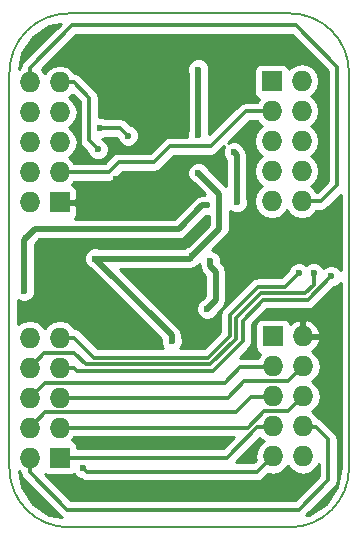
<source format=gbl>
G04 #@! TF.FileFunction,Copper,L2,Bot,Signal*
%FSLAX46Y46*%
G04 Gerber Fmt 4.6, Leading zero omitted, Abs format (unit mm)*
G04 Created by KiCad (PCBNEW 4.0.2-stable) date 26.07.2016 23:04:28*
%MOMM*%
G01*
G04 APERTURE LIST*
%ADD10C,0.100000*%
%ADD11C,0.150000*%
%ADD12C,0.600000*%
%ADD13R,1.727200X1.727200*%
%ADD14O,1.727200X1.727200*%
%ADD15C,0.500000*%
%ADD16C,0.350000*%
%ADD17C,0.254000*%
G04 APERTURE END LIST*
D10*
D11*
X134500000Y-156500000D02*
X134500000Y-123000000D01*
X110750000Y-161500000D02*
X129500000Y-161500000D01*
X105750000Y-123000000D02*
X105750000Y-156500000D01*
X129500000Y-118000000D02*
X110750000Y-118000000D01*
X105750000Y-156500000D02*
G75*
G03X110750000Y-161500000I5000000J0D01*
G01*
X129500000Y-161500000D02*
G75*
G03X134500000Y-156500000I0J5000000D01*
G01*
X134500000Y-123000000D02*
G75*
G03X129500000Y-118000000I-5000000J0D01*
G01*
X110750000Y-118000000D02*
G75*
G03X105750000Y-123000000I0J-5000000D01*
G01*
D12*
X111850000Y-130050000D03*
X114900000Y-125900000D03*
X123400000Y-130750000D03*
X121450000Y-145200000D03*
X109550000Y-142450000D03*
X108550000Y-137450000D03*
X121900000Y-140300000D03*
X115200000Y-145000000D03*
X114800000Y-132000000D03*
X108000000Y-159250000D03*
X108250000Y-120250000D03*
X112100000Y-121100000D03*
X125000000Y-122600000D03*
X125600000Y-136400000D03*
X127900000Y-139600000D03*
X132900000Y-150800000D03*
X127600000Y-158500000D03*
X125800000Y-155800000D03*
X122000000Y-154400000D03*
X114800000Y-154400000D03*
D13*
X127960000Y-123750000D03*
D14*
X130500000Y-123750000D03*
X127960000Y-126290000D03*
X130500000Y-126290000D03*
X127960000Y-128830000D03*
X130500000Y-128830000D03*
X127960000Y-131370000D03*
X130500000Y-131370000D03*
X127960000Y-133910000D03*
X130500000Y-133910000D03*
D13*
X128060000Y-145350000D03*
D14*
X130600000Y-145350000D03*
X128060000Y-147890000D03*
X130600000Y-147890000D03*
X128060000Y-150430000D03*
X130600000Y-150430000D03*
X128060000Y-152970000D03*
X130600000Y-152970000D03*
X128060000Y-155510000D03*
X130600000Y-155510000D03*
D13*
X110000000Y-155600000D03*
D14*
X107460000Y-155600000D03*
X110000000Y-153060000D03*
X107460000Y-153060000D03*
X110000000Y-150520000D03*
X107460000Y-150520000D03*
X110000000Y-147980000D03*
X107460000Y-147980000D03*
X110000000Y-145440000D03*
X107460000Y-145440000D03*
D13*
X110000000Y-134000000D03*
D14*
X107460000Y-134000000D03*
X110000000Y-131460000D03*
X107460000Y-131460000D03*
X110000000Y-128920000D03*
X107460000Y-128920000D03*
X110000000Y-126380000D03*
X107460000Y-126380000D03*
X110000000Y-123840000D03*
X107460000Y-123840000D03*
D12*
X117200000Y-158800000D03*
X108250000Y-139500000D03*
X119500000Y-145750000D03*
X121750000Y-122750000D03*
X121750000Y-128250000D03*
X121750000Y-131500000D03*
X121250000Y-138500000D03*
X113000000Y-138750000D03*
X112000000Y-156500000D03*
X130250000Y-140000000D03*
X131500000Y-140000000D03*
X133000000Y-140250000D03*
X122500000Y-134250000D03*
X124750000Y-129750000D03*
X125000000Y-134000000D03*
X122750000Y-139000000D03*
X107150000Y-137000000D03*
X107000000Y-141500000D03*
X122500000Y-143000000D03*
X113400000Y-127700000D03*
X115800000Y-128350000D03*
X113250000Y-129500000D03*
D15*
X115200000Y-145000000D02*
X115200000Y-144100000D01*
X115200000Y-144100000D02*
X108550000Y-137450000D01*
X108250000Y-139500000D02*
X108250000Y-139250000D01*
X108250000Y-139250000D02*
X110250000Y-137250000D01*
X109750000Y-142500000D02*
X109750000Y-141000000D01*
X109750000Y-141000000D02*
X108250000Y-139500000D01*
X119500000Y-145250000D02*
X119500000Y-145750000D01*
X119000000Y-144750000D02*
X119500000Y-145250000D01*
X113000000Y-138750000D02*
X119000000Y-144750000D01*
X121750000Y-128250000D02*
X121750000Y-122750000D01*
X121750000Y-131500000D02*
X123500000Y-133250000D01*
X123500000Y-133250000D02*
X123500000Y-136250000D01*
X123500000Y-136250000D02*
X121250000Y-138500000D01*
X113000000Y-138750000D02*
X121000000Y-138750000D01*
X121000000Y-138750000D02*
X121250000Y-138500000D01*
D16*
X127096401Y-156443599D02*
X127960000Y-155580000D01*
X112299999Y-156799999D02*
X126740001Y-156799999D01*
X126740001Y-156799999D02*
X127096401Y-156443599D01*
X112000000Y-156500000D02*
X112299999Y-156799999D01*
X122544360Y-147149980D02*
X124399980Y-145294360D01*
X112931294Y-147149980D02*
X122544360Y-147149980D01*
X110000000Y-145440000D02*
X111221314Y-145440000D01*
X111221314Y-145440000D02*
X112931294Y-147149980D01*
X126794358Y-141149980D02*
X129100020Y-141149980D01*
X129100020Y-141149980D02*
X130250000Y-140000000D01*
X124399980Y-145294360D02*
X124399980Y-143544358D01*
X124399980Y-143544358D02*
X126794358Y-141149980D01*
X107460000Y-147980000D02*
X108698601Y-146741399D01*
X108698601Y-146741399D02*
X111241399Y-146741399D01*
X112199990Y-147699990D02*
X122772180Y-147699990D01*
X111241399Y-146741399D02*
X112199990Y-147699990D01*
X122772180Y-147699990D02*
X124949990Y-145522180D01*
X124949990Y-145522180D02*
X124949990Y-143772179D01*
X124949990Y-143772179D02*
X127022179Y-141699990D01*
X129750000Y-141699990D02*
X130772180Y-141699990D01*
X127022179Y-141699990D02*
X129750000Y-141699990D01*
X130772180Y-141699990D02*
X131500000Y-140972170D01*
X131500000Y-140972170D02*
X131500000Y-140000000D01*
X123000000Y-148250000D02*
X125500000Y-145750000D01*
X110000000Y-147980000D02*
X111221314Y-147980000D01*
X111221314Y-147980000D02*
X111491314Y-148250000D01*
X111491314Y-148250000D02*
X123000000Y-148250000D01*
X125500000Y-144000000D02*
X127250000Y-142250000D01*
X125500000Y-145750000D02*
X125500000Y-144000000D01*
X127250000Y-142250000D02*
X131000000Y-142250000D01*
X131000000Y-142250000D02*
X133000000Y-140250000D01*
X107460000Y-150520000D02*
X108730000Y-149250000D01*
X124000000Y-149250000D02*
X125290000Y-147960000D01*
X108730000Y-149250000D02*
X124000000Y-149250000D01*
X125290000Y-147960000D02*
X127960000Y-147960000D01*
X130600000Y-147890000D02*
X129340000Y-149150000D01*
X129340000Y-149150000D02*
X125600000Y-149150000D01*
X125600000Y-149150000D02*
X124230000Y-150520000D01*
X124230000Y-150520000D02*
X110000000Y-150520000D01*
X107460000Y-153060000D02*
X108761399Y-151758601D01*
X108761399Y-151758601D02*
X124963569Y-151758601D01*
X124963569Y-151758601D02*
X126222170Y-150500000D01*
X126222170Y-150500000D02*
X126738686Y-150500000D01*
X126738686Y-150500000D02*
X127960000Y-150500000D01*
X110000000Y-153060000D02*
X125940856Y-153060000D01*
X125940856Y-153060000D02*
X127300856Y-151700000D01*
X127300856Y-151700000D02*
X129330000Y-151700000D01*
X129330000Y-151700000D02*
X130600000Y-150430000D01*
X130500000Y-153040000D02*
X131721314Y-153040000D01*
X131721314Y-153040000D02*
X132750000Y-154068686D01*
X132750000Y-154068686D02*
X132750000Y-157500000D01*
X132750000Y-157500000D02*
X130250000Y-160000000D01*
X130250000Y-160000000D02*
X110638686Y-160000000D01*
X107460000Y-156821314D02*
X107460000Y-155600000D01*
X110638686Y-160000000D02*
X107460000Y-156821314D01*
X127960000Y-153040000D02*
X126738686Y-153040000D01*
X126738686Y-153040000D02*
X124178686Y-155600000D01*
X124178686Y-155600000D02*
X110000000Y-155600000D01*
D15*
X122750000Y-139000000D02*
X122750000Y-139424264D01*
X120075736Y-136250000D02*
X107900000Y-136250000D01*
X107900000Y-136250000D02*
X107150000Y-137000000D01*
X122500000Y-134250000D02*
X122075736Y-134250000D01*
X122075736Y-134250000D02*
X120075736Y-136250000D01*
X125000000Y-130000000D02*
X124750000Y-129750000D01*
X125000000Y-134000000D02*
X125000000Y-130000000D01*
X107000000Y-141500000D02*
X107000000Y-137150000D01*
X107000000Y-137150000D02*
X107150000Y-137000000D01*
X123200000Y-139874264D02*
X123200000Y-142300000D01*
X123200000Y-142300000D02*
X122500000Y-143000000D01*
X122750000Y-139424264D02*
X123200000Y-139874264D01*
D16*
X125750000Y-126290000D02*
X127960000Y-126290000D01*
X122790000Y-129250000D02*
X125750000Y-126290000D01*
X119350000Y-129250000D02*
X122790000Y-129250000D01*
X118000000Y-130600000D02*
X119350000Y-129250000D01*
X115000000Y-130600000D02*
X118000000Y-130600000D01*
X110000000Y-131460000D02*
X114140000Y-131460000D01*
X114140000Y-131460000D02*
X115000000Y-130600000D01*
X115150000Y-127700000D02*
X113400000Y-127700000D01*
X115800000Y-128350000D02*
X115150000Y-127700000D01*
X115750000Y-128400000D02*
X115800000Y-128350000D01*
X112500000Y-125118686D02*
X112500000Y-128750000D01*
X112500000Y-128750000D02*
X113250000Y-129500000D01*
X110000000Y-123840000D02*
X111221314Y-123840000D01*
X111221314Y-123840000D02*
X112500000Y-125118686D01*
X107460000Y-123840000D02*
X107460000Y-122618686D01*
X107460000Y-122618686D02*
X111078686Y-119000000D01*
X111078686Y-119000000D02*
X130000000Y-119000000D01*
X130000000Y-119000000D02*
X133500000Y-122500000D01*
X133500000Y-122500000D02*
X133500000Y-132500000D01*
X133500000Y-132500000D02*
X132090000Y-133910000D01*
X132090000Y-133910000D02*
X130500000Y-133910000D01*
D17*
G36*
X106655689Y-156849912D02*
X106711658Y-157131288D01*
X106819171Y-157292192D01*
X106887244Y-157394070D01*
X110065930Y-160572757D01*
X110209266Y-160668531D01*
X109113610Y-160450592D01*
X107726349Y-159523654D01*
X106799408Y-158136390D01*
X106526317Y-156763469D01*
X106655689Y-156849912D01*
X106655689Y-156849912D01*
G37*
X106655689Y-156849912D02*
X106711658Y-157131288D01*
X106819171Y-157292192D01*
X106887244Y-157394070D01*
X110065930Y-160572757D01*
X110209266Y-160668531D01*
X109113610Y-160450592D01*
X107726349Y-159523654D01*
X106799408Y-158136390D01*
X106526317Y-156763469D01*
X106655689Y-156849912D01*
G36*
X133790000Y-156430069D02*
X133450592Y-158136390D01*
X132523654Y-159523651D01*
X131136390Y-160450592D01*
X130897378Y-160498134D01*
X133322757Y-158072756D01*
X133428012Y-157915229D01*
X133498342Y-157809974D01*
X133560000Y-157500000D01*
X133560000Y-154068686D01*
X133520479Y-153870000D01*
X133498343Y-153758713D01*
X133322757Y-153495930D01*
X132294070Y-152467244D01*
X132144272Y-152367152D01*
X132031288Y-152291658D01*
X131919183Y-152269359D01*
X131659670Y-151880971D01*
X131388828Y-151700000D01*
X131659670Y-151519029D01*
X131984526Y-151032848D01*
X132098600Y-150459359D01*
X132098600Y-150400641D01*
X131984526Y-149827152D01*
X131659670Y-149340971D01*
X131388828Y-149160000D01*
X131659670Y-148979029D01*
X131984526Y-148492848D01*
X132098600Y-147919359D01*
X132098600Y-147860641D01*
X131984526Y-147287152D01*
X131659670Y-146800971D01*
X131388839Y-146620008D01*
X131806821Y-146238490D01*
X132054968Y-145709027D01*
X131934469Y-145477000D01*
X130727000Y-145477000D01*
X130727000Y-145497000D01*
X130473000Y-145497000D01*
X130473000Y-145477000D01*
X130453000Y-145477000D01*
X130453000Y-145223000D01*
X130473000Y-145223000D01*
X130473000Y-144016183D01*
X130727000Y-144016183D01*
X130727000Y-145223000D01*
X131934469Y-145223000D01*
X132054968Y-144990973D01*
X131806821Y-144461510D01*
X131374947Y-144067312D01*
X130959026Y-143895042D01*
X130727000Y-144016183D01*
X130473000Y-144016183D01*
X130240974Y-143895042D01*
X129825053Y-144067312D01*
X129540973Y-144326609D01*
X129526762Y-144251083D01*
X129387690Y-144034959D01*
X129175490Y-143889969D01*
X128923600Y-143838960D01*
X127196400Y-143838960D01*
X126961083Y-143883238D01*
X126744959Y-144022310D01*
X126599969Y-144234510D01*
X126548960Y-144486400D01*
X126548960Y-146213600D01*
X126593238Y-146448917D01*
X126732310Y-146665041D01*
X126944510Y-146810031D01*
X126988345Y-146818908D01*
X126767116Y-147150000D01*
X125290000Y-147150000D01*
X125234466Y-147161046D01*
X126072757Y-146322756D01*
X126224981Y-146094936D01*
X126248342Y-146059974D01*
X126310000Y-145750000D01*
X126310000Y-144335512D01*
X127585513Y-143060000D01*
X131000000Y-143060000D01*
X131309974Y-142998342D01*
X131572756Y-142822756D01*
X133228084Y-141167429D01*
X133528943Y-141043117D01*
X133790000Y-140782515D01*
X133790000Y-156430069D01*
X133790000Y-156430069D01*
G37*
X133790000Y-156430069D02*
X133450592Y-158136390D01*
X132523654Y-159523651D01*
X131136390Y-160450592D01*
X130897378Y-160498134D01*
X133322757Y-158072756D01*
X133428012Y-157915229D01*
X133498342Y-157809974D01*
X133560000Y-157500000D01*
X133560000Y-154068686D01*
X133520479Y-153870000D01*
X133498343Y-153758713D01*
X133322757Y-153495930D01*
X132294070Y-152467244D01*
X132144272Y-152367152D01*
X132031288Y-152291658D01*
X131919183Y-152269359D01*
X131659670Y-151880971D01*
X131388828Y-151700000D01*
X131659670Y-151519029D01*
X131984526Y-151032848D01*
X132098600Y-150459359D01*
X132098600Y-150400641D01*
X131984526Y-149827152D01*
X131659670Y-149340971D01*
X131388828Y-149160000D01*
X131659670Y-148979029D01*
X131984526Y-148492848D01*
X132098600Y-147919359D01*
X132098600Y-147860641D01*
X131984526Y-147287152D01*
X131659670Y-146800971D01*
X131388839Y-146620008D01*
X131806821Y-146238490D01*
X132054968Y-145709027D01*
X131934469Y-145477000D01*
X130727000Y-145477000D01*
X130727000Y-145497000D01*
X130473000Y-145497000D01*
X130473000Y-145477000D01*
X130453000Y-145477000D01*
X130453000Y-145223000D01*
X130473000Y-145223000D01*
X130473000Y-144016183D01*
X130727000Y-144016183D01*
X130727000Y-145223000D01*
X131934469Y-145223000D01*
X132054968Y-144990973D01*
X131806821Y-144461510D01*
X131374947Y-144067312D01*
X130959026Y-143895042D01*
X130727000Y-144016183D01*
X130473000Y-144016183D01*
X130240974Y-143895042D01*
X129825053Y-144067312D01*
X129540973Y-144326609D01*
X129526762Y-144251083D01*
X129387690Y-144034959D01*
X129175490Y-143889969D01*
X128923600Y-143838960D01*
X127196400Y-143838960D01*
X126961083Y-143883238D01*
X126744959Y-144022310D01*
X126599969Y-144234510D01*
X126548960Y-144486400D01*
X126548960Y-146213600D01*
X126593238Y-146448917D01*
X126732310Y-146665041D01*
X126944510Y-146810031D01*
X126988345Y-146818908D01*
X126767116Y-147150000D01*
X125290000Y-147150000D01*
X125234466Y-147161046D01*
X126072757Y-146322756D01*
X126224981Y-146094936D01*
X126248342Y-146059974D01*
X126310000Y-145750000D01*
X126310000Y-144335512D01*
X127585513Y-143060000D01*
X131000000Y-143060000D01*
X131309974Y-142998342D01*
X131572756Y-142822756D01*
X133228084Y-141167429D01*
X133528943Y-141043117D01*
X133790000Y-140782515D01*
X133790000Y-156430069D01*
G36*
X131940000Y-157164487D02*
X129914488Y-159190000D01*
X110974199Y-159190000D01*
X108757333Y-156973135D01*
X108884510Y-157060031D01*
X109136400Y-157111040D01*
X110863600Y-157111040D01*
X111098917Y-157066762D01*
X111196551Y-157003937D01*
X111206883Y-157028943D01*
X111469673Y-157292192D01*
X111813201Y-157434838D01*
X111820164Y-157434844D01*
X111990026Y-157548342D01*
X112299999Y-157609999D01*
X126740001Y-157609999D01*
X127049975Y-157548341D01*
X127312757Y-157372755D01*
X127669158Y-157016355D01*
X127669160Y-157016352D01*
X127715982Y-156969530D01*
X128060000Y-157037959D01*
X128633489Y-156923885D01*
X129119670Y-156599029D01*
X129330000Y-156284248D01*
X129540330Y-156599029D01*
X130026511Y-156923885D01*
X130600000Y-157037959D01*
X131173489Y-156923885D01*
X131659670Y-156599029D01*
X131940000Y-156179486D01*
X131940000Y-157164487D01*
X131940000Y-157164487D01*
G37*
X131940000Y-157164487D02*
X129914488Y-159190000D01*
X110974199Y-159190000D01*
X108757333Y-156973135D01*
X108884510Y-157060031D01*
X109136400Y-157111040D01*
X110863600Y-157111040D01*
X111098917Y-157066762D01*
X111196551Y-157003937D01*
X111206883Y-157028943D01*
X111469673Y-157292192D01*
X111813201Y-157434838D01*
X111820164Y-157434844D01*
X111990026Y-157548342D01*
X112299999Y-157609999D01*
X126740001Y-157609999D01*
X127049975Y-157548341D01*
X127312757Y-157372755D01*
X127669158Y-157016355D01*
X127669160Y-157016352D01*
X127715982Y-156969530D01*
X128060000Y-157037959D01*
X128633489Y-156923885D01*
X129119670Y-156599029D01*
X129330000Y-156284248D01*
X129540330Y-156599029D01*
X130026511Y-156923885D01*
X130600000Y-157037959D01*
X131173489Y-156923885D01*
X131659670Y-156599029D01*
X131940000Y-156179486D01*
X131940000Y-157164487D01*
G36*
X127000330Y-154059029D02*
X127271172Y-154240000D01*
X127000330Y-154420971D01*
X126675474Y-154907152D01*
X126561400Y-155480641D01*
X126561400Y-155539359D01*
X126610133Y-155784355D01*
X126523648Y-155870840D01*
X126523645Y-155870842D01*
X126404488Y-155989999D01*
X124934199Y-155989999D01*
X126946192Y-153978006D01*
X127000330Y-154059029D01*
X127000330Y-154059029D01*
G37*
X127000330Y-154059029D02*
X127271172Y-154240000D01*
X127000330Y-154420971D01*
X126675474Y-154907152D01*
X126561400Y-155480641D01*
X126561400Y-155539359D01*
X126610133Y-155784355D01*
X126523648Y-155870840D01*
X126523645Y-155870842D01*
X126404488Y-155989999D01*
X124934199Y-155989999D01*
X126946192Y-153978006D01*
X127000330Y-154059029D01*
G36*
X123843174Y-154790000D02*
X111511040Y-154790000D01*
X111511040Y-154736400D01*
X111466762Y-154501083D01*
X111327690Y-154284959D01*
X111115490Y-154139969D01*
X111071869Y-154131136D01*
X111089029Y-154119670D01*
X111255853Y-153870000D01*
X124763174Y-153870000D01*
X123843174Y-154790000D01*
X123843174Y-154790000D01*
G37*
X123843174Y-154790000D02*
X111511040Y-154790000D01*
X111511040Y-154736400D01*
X111466762Y-154501083D01*
X111327690Y-154284959D01*
X111115490Y-154139969D01*
X111071869Y-154131136D01*
X111089029Y-154119670D01*
X111255853Y-153870000D01*
X124763174Y-153870000D01*
X123843174Y-154790000D01*
G36*
X126900330Y-127379029D02*
X127171172Y-127560000D01*
X126900330Y-127740971D01*
X126575474Y-128227152D01*
X126461400Y-128800641D01*
X126461400Y-128859359D01*
X126575474Y-129432848D01*
X126900330Y-129919029D01*
X127171172Y-130100000D01*
X126900330Y-130280971D01*
X126575474Y-130767152D01*
X126461400Y-131340641D01*
X126461400Y-131399359D01*
X126575474Y-131972848D01*
X126900330Y-132459029D01*
X127171172Y-132640000D01*
X126900330Y-132820971D01*
X126575474Y-133307152D01*
X126461400Y-133880641D01*
X126461400Y-133939359D01*
X126575474Y-134512848D01*
X126900330Y-134999029D01*
X127386511Y-135323885D01*
X127960000Y-135437959D01*
X128533489Y-135323885D01*
X129019670Y-134999029D01*
X129230000Y-134684248D01*
X129440330Y-134999029D01*
X129926511Y-135323885D01*
X130500000Y-135437959D01*
X131073489Y-135323885D01*
X131559670Y-134999029D01*
X131746111Y-134720000D01*
X132090000Y-134720000D01*
X132399974Y-134658342D01*
X132662756Y-134482756D01*
X133790000Y-133355513D01*
X133790000Y-139717935D01*
X133530327Y-139457808D01*
X133186799Y-139315162D01*
X132814833Y-139314838D01*
X132471057Y-139456883D01*
X132340933Y-139586780D01*
X132293117Y-139471057D01*
X132030327Y-139207808D01*
X131686799Y-139065162D01*
X131314833Y-139064838D01*
X130971057Y-139206883D01*
X130875063Y-139302710D01*
X130780327Y-139207808D01*
X130436799Y-139065162D01*
X130064833Y-139064838D01*
X129721057Y-139206883D01*
X129457808Y-139469673D01*
X129332116Y-139772371D01*
X128764508Y-140339980D01*
X126794358Y-140339980D01*
X126622255Y-140374214D01*
X126484385Y-140401637D01*
X126221602Y-140577223D01*
X123827224Y-142971602D01*
X123651638Y-143234384D01*
X123589980Y-143544358D01*
X123589980Y-144958847D01*
X122208848Y-146339980D01*
X120232435Y-146339980D01*
X120292192Y-146280327D01*
X120434838Y-145936799D01*
X120435162Y-145564833D01*
X120385000Y-145443431D01*
X120385000Y-145250005D01*
X120385001Y-145250000D01*
X120317633Y-144911326D01*
X120317633Y-144911325D01*
X120125790Y-144624210D01*
X120125787Y-144624208D01*
X119625790Y-144124210D01*
X119625787Y-144124208D01*
X115136580Y-139635000D01*
X120999995Y-139635000D01*
X121000000Y-139635001D01*
X121282484Y-139578810D01*
X121338675Y-139567633D01*
X121625790Y-139375790D01*
X121658836Y-139342744D01*
X121778943Y-139293117D01*
X121835935Y-139236225D01*
X121865000Y-139306569D01*
X121865000Y-139424259D01*
X121864999Y-139424264D01*
X121888457Y-139542192D01*
X121932367Y-139762939D01*
X122006752Y-139874264D01*
X122124210Y-140050054D01*
X122315000Y-140240844D01*
X122315000Y-141933421D01*
X122091165Y-142157256D01*
X121971057Y-142206883D01*
X121707808Y-142469673D01*
X121565162Y-142813201D01*
X121564838Y-143185167D01*
X121706883Y-143528943D01*
X121969673Y-143792192D01*
X122313201Y-143934838D01*
X122685167Y-143935162D01*
X123028943Y-143793117D01*
X123292192Y-143530327D01*
X123342566Y-143409014D01*
X123825787Y-142925792D01*
X123825790Y-142925790D01*
X124017633Y-142638675D01*
X124085000Y-142300000D01*
X124085000Y-139874269D01*
X124085001Y-139874264D01*
X124017633Y-139535589D01*
X123974514Y-139471057D01*
X123825790Y-139248474D01*
X123825787Y-139248472D01*
X123684907Y-139107592D01*
X123685162Y-138814833D01*
X123543117Y-138471057D01*
X123280327Y-138207808D01*
X122936799Y-138065162D01*
X122936418Y-138065162D01*
X124125787Y-136875792D01*
X124125790Y-136875790D01*
X124253975Y-136683946D01*
X124317634Y-136588674D01*
X124385001Y-136250000D01*
X124385000Y-136249995D01*
X124385000Y-134707371D01*
X124469673Y-134792192D01*
X124813201Y-134934838D01*
X125185167Y-134935162D01*
X125528943Y-134793117D01*
X125792192Y-134530327D01*
X125934838Y-134186799D01*
X125935162Y-133814833D01*
X125885000Y-133693431D01*
X125885000Y-130000000D01*
X125817633Y-129661325D01*
X125625790Y-129374210D01*
X125625787Y-129374208D01*
X125592745Y-129341166D01*
X125543117Y-129221057D01*
X125280327Y-128957808D01*
X124936799Y-128815162D01*
X124564833Y-128814838D01*
X124233961Y-128951551D01*
X126085513Y-127100000D01*
X126713889Y-127100000D01*
X126900330Y-127379029D01*
X126900330Y-127379029D01*
G37*
X126900330Y-127379029D02*
X127171172Y-127560000D01*
X126900330Y-127740971D01*
X126575474Y-128227152D01*
X126461400Y-128800641D01*
X126461400Y-128859359D01*
X126575474Y-129432848D01*
X126900330Y-129919029D01*
X127171172Y-130100000D01*
X126900330Y-130280971D01*
X126575474Y-130767152D01*
X126461400Y-131340641D01*
X126461400Y-131399359D01*
X126575474Y-131972848D01*
X126900330Y-132459029D01*
X127171172Y-132640000D01*
X126900330Y-132820971D01*
X126575474Y-133307152D01*
X126461400Y-133880641D01*
X126461400Y-133939359D01*
X126575474Y-134512848D01*
X126900330Y-134999029D01*
X127386511Y-135323885D01*
X127960000Y-135437959D01*
X128533489Y-135323885D01*
X129019670Y-134999029D01*
X129230000Y-134684248D01*
X129440330Y-134999029D01*
X129926511Y-135323885D01*
X130500000Y-135437959D01*
X131073489Y-135323885D01*
X131559670Y-134999029D01*
X131746111Y-134720000D01*
X132090000Y-134720000D01*
X132399974Y-134658342D01*
X132662756Y-134482756D01*
X133790000Y-133355513D01*
X133790000Y-139717935D01*
X133530327Y-139457808D01*
X133186799Y-139315162D01*
X132814833Y-139314838D01*
X132471057Y-139456883D01*
X132340933Y-139586780D01*
X132293117Y-139471057D01*
X132030327Y-139207808D01*
X131686799Y-139065162D01*
X131314833Y-139064838D01*
X130971057Y-139206883D01*
X130875063Y-139302710D01*
X130780327Y-139207808D01*
X130436799Y-139065162D01*
X130064833Y-139064838D01*
X129721057Y-139206883D01*
X129457808Y-139469673D01*
X129332116Y-139772371D01*
X128764508Y-140339980D01*
X126794358Y-140339980D01*
X126622255Y-140374214D01*
X126484385Y-140401637D01*
X126221602Y-140577223D01*
X123827224Y-142971602D01*
X123651638Y-143234384D01*
X123589980Y-143544358D01*
X123589980Y-144958847D01*
X122208848Y-146339980D01*
X120232435Y-146339980D01*
X120292192Y-146280327D01*
X120434838Y-145936799D01*
X120435162Y-145564833D01*
X120385000Y-145443431D01*
X120385000Y-145250005D01*
X120385001Y-145250000D01*
X120317633Y-144911326D01*
X120317633Y-144911325D01*
X120125790Y-144624210D01*
X120125787Y-144624208D01*
X119625790Y-144124210D01*
X119625787Y-144124208D01*
X115136580Y-139635000D01*
X120999995Y-139635000D01*
X121000000Y-139635001D01*
X121282484Y-139578810D01*
X121338675Y-139567633D01*
X121625790Y-139375790D01*
X121658836Y-139342744D01*
X121778943Y-139293117D01*
X121835935Y-139236225D01*
X121865000Y-139306569D01*
X121865000Y-139424259D01*
X121864999Y-139424264D01*
X121888457Y-139542192D01*
X121932367Y-139762939D01*
X122006752Y-139874264D01*
X122124210Y-140050054D01*
X122315000Y-140240844D01*
X122315000Y-141933421D01*
X122091165Y-142157256D01*
X121971057Y-142206883D01*
X121707808Y-142469673D01*
X121565162Y-142813201D01*
X121564838Y-143185167D01*
X121706883Y-143528943D01*
X121969673Y-143792192D01*
X122313201Y-143934838D01*
X122685167Y-143935162D01*
X123028943Y-143793117D01*
X123292192Y-143530327D01*
X123342566Y-143409014D01*
X123825787Y-142925792D01*
X123825790Y-142925790D01*
X124017633Y-142638675D01*
X124085000Y-142300000D01*
X124085000Y-139874269D01*
X124085001Y-139874264D01*
X124017633Y-139535589D01*
X123974514Y-139471057D01*
X123825790Y-139248474D01*
X123825787Y-139248472D01*
X123684907Y-139107592D01*
X123685162Y-138814833D01*
X123543117Y-138471057D01*
X123280327Y-138207808D01*
X122936799Y-138065162D01*
X122936418Y-138065162D01*
X124125787Y-136875792D01*
X124125790Y-136875790D01*
X124253975Y-136683946D01*
X124317634Y-136588674D01*
X124385001Y-136250000D01*
X124385000Y-136249995D01*
X124385000Y-134707371D01*
X124469673Y-134792192D01*
X124813201Y-134934838D01*
X125185167Y-134935162D01*
X125528943Y-134793117D01*
X125792192Y-134530327D01*
X125934838Y-134186799D01*
X125935162Y-133814833D01*
X125885000Y-133693431D01*
X125885000Y-130000000D01*
X125817633Y-129661325D01*
X125625790Y-129374210D01*
X125625787Y-129374208D01*
X125592745Y-129341166D01*
X125543117Y-129221057D01*
X125280327Y-128957808D01*
X124936799Y-128815162D01*
X124564833Y-128814838D01*
X124233961Y-128951551D01*
X126085513Y-127100000D01*
X126713889Y-127100000D01*
X126900330Y-127379029D01*
G36*
X122615000Y-135185101D02*
X122615000Y-135883421D01*
X120841164Y-137657256D01*
X120721057Y-137706883D01*
X120562664Y-137865000D01*
X113306822Y-137865000D01*
X113186799Y-137815162D01*
X112814833Y-137814838D01*
X112471057Y-137956883D01*
X112207808Y-138219673D01*
X112065162Y-138563201D01*
X112064838Y-138935167D01*
X112206883Y-139278943D01*
X112469673Y-139542192D01*
X112590986Y-139592566D01*
X118374208Y-145375787D01*
X118374210Y-145375790D01*
X118565159Y-145566739D01*
X118564838Y-145935167D01*
X118706883Y-146278943D01*
X118767814Y-146339980D01*
X113266807Y-146339980D01*
X111794070Y-144867244D01*
X111708397Y-144809999D01*
X111531288Y-144691658D01*
X111261148Y-144637923D01*
X111089029Y-144380330D01*
X110602848Y-144055474D01*
X110029359Y-143941400D01*
X109970641Y-143941400D01*
X109397152Y-144055474D01*
X108910971Y-144380330D01*
X108730000Y-144651172D01*
X108549029Y-144380330D01*
X108062848Y-144055474D01*
X107489359Y-143941400D01*
X107430641Y-143941400D01*
X106857152Y-144055474D01*
X106460000Y-144320843D01*
X106460000Y-142282502D01*
X106469673Y-142292192D01*
X106813201Y-142434838D01*
X107185167Y-142435162D01*
X107528943Y-142293117D01*
X107792192Y-142030327D01*
X107934838Y-141686799D01*
X107935162Y-141314833D01*
X107885000Y-141193431D01*
X107885000Y-137587419D01*
X107942192Y-137530327D01*
X107992566Y-137409014D01*
X108266579Y-137135000D01*
X120075731Y-137135000D01*
X120075736Y-137135001D01*
X120358220Y-137078810D01*
X120414411Y-137067633D01*
X120701526Y-136875790D01*
X120701527Y-136875789D01*
X122392408Y-135184907D01*
X122615000Y-135185101D01*
X122615000Y-135185101D01*
G37*
X122615000Y-135185101D02*
X122615000Y-135883421D01*
X120841164Y-137657256D01*
X120721057Y-137706883D01*
X120562664Y-137865000D01*
X113306822Y-137865000D01*
X113186799Y-137815162D01*
X112814833Y-137814838D01*
X112471057Y-137956883D01*
X112207808Y-138219673D01*
X112065162Y-138563201D01*
X112064838Y-138935167D01*
X112206883Y-139278943D01*
X112469673Y-139542192D01*
X112590986Y-139592566D01*
X118374208Y-145375787D01*
X118374210Y-145375790D01*
X118565159Y-145566739D01*
X118564838Y-145935167D01*
X118706883Y-146278943D01*
X118767814Y-146339980D01*
X113266807Y-146339980D01*
X111794070Y-144867244D01*
X111708397Y-144809999D01*
X111531288Y-144691658D01*
X111261148Y-144637923D01*
X111089029Y-144380330D01*
X110602848Y-144055474D01*
X110029359Y-143941400D01*
X109970641Y-143941400D01*
X109397152Y-144055474D01*
X108910971Y-144380330D01*
X108730000Y-144651172D01*
X108549029Y-144380330D01*
X108062848Y-144055474D01*
X107489359Y-143941400D01*
X107430641Y-143941400D01*
X106857152Y-144055474D01*
X106460000Y-144320843D01*
X106460000Y-142282502D01*
X106469673Y-142292192D01*
X106813201Y-142434838D01*
X107185167Y-142435162D01*
X107528943Y-142293117D01*
X107792192Y-142030327D01*
X107934838Y-141686799D01*
X107935162Y-141314833D01*
X107885000Y-141193431D01*
X107885000Y-137587419D01*
X107942192Y-137530327D01*
X107992566Y-137409014D01*
X108266579Y-137135000D01*
X120075731Y-137135000D01*
X120075736Y-137135001D01*
X120358220Y-137078810D01*
X120414411Y-137067633D01*
X120701526Y-136875790D01*
X120701527Y-136875789D01*
X122392408Y-135184907D01*
X122615000Y-135185101D01*
G36*
X123815162Y-129563201D02*
X123814838Y-129935167D01*
X123956883Y-130278943D01*
X124115000Y-130437336D01*
X124115000Y-132613421D01*
X122592744Y-131091164D01*
X122543117Y-130971057D01*
X122280327Y-130707808D01*
X121936799Y-130565162D01*
X121564833Y-130564838D01*
X121221057Y-130706883D01*
X120957808Y-130969673D01*
X120815162Y-131313201D01*
X120814838Y-131685167D01*
X120956883Y-132028943D01*
X121219673Y-132292192D01*
X121340986Y-132342566D01*
X122313719Y-133315298D01*
X122193431Y-133365000D01*
X122075741Y-133365000D01*
X122075736Y-133364999D01*
X121766501Y-133426511D01*
X121737061Y-133432367D01*
X121449946Y-133624210D01*
X121449944Y-133624213D01*
X119709156Y-135365000D01*
X111260225Y-135365000D01*
X111401927Y-135223299D01*
X111498600Y-134989910D01*
X111498600Y-134285750D01*
X111339850Y-134127000D01*
X110127000Y-134127000D01*
X110127000Y-134147000D01*
X109873000Y-134147000D01*
X109873000Y-134127000D01*
X109853000Y-134127000D01*
X109853000Y-133873000D01*
X109873000Y-133873000D01*
X109873000Y-133853000D01*
X110127000Y-133853000D01*
X110127000Y-133873000D01*
X111339850Y-133873000D01*
X111498600Y-133714250D01*
X111498600Y-133010090D01*
X111401927Y-132776701D01*
X111223298Y-132598073D01*
X111067977Y-132533737D01*
X111089029Y-132519670D01*
X111255853Y-132270000D01*
X114140000Y-132270000D01*
X114449974Y-132208342D01*
X114712756Y-132032756D01*
X115335513Y-131410000D01*
X118000000Y-131410000D01*
X118309974Y-131348342D01*
X118572756Y-131172756D01*
X119685513Y-130060000D01*
X122790000Y-130060000D01*
X123099974Y-129998342D01*
X123362756Y-129822756D01*
X123952105Y-129233407D01*
X123815162Y-129563201D01*
X123815162Y-129563201D01*
G37*
X123815162Y-129563201D02*
X123814838Y-129935167D01*
X123956883Y-130278943D01*
X124115000Y-130437336D01*
X124115000Y-132613421D01*
X122592744Y-131091164D01*
X122543117Y-130971057D01*
X122280327Y-130707808D01*
X121936799Y-130565162D01*
X121564833Y-130564838D01*
X121221057Y-130706883D01*
X120957808Y-130969673D01*
X120815162Y-131313201D01*
X120814838Y-131685167D01*
X120956883Y-132028943D01*
X121219673Y-132292192D01*
X121340986Y-132342566D01*
X122313719Y-133315298D01*
X122193431Y-133365000D01*
X122075741Y-133365000D01*
X122075736Y-133364999D01*
X121766501Y-133426511D01*
X121737061Y-133432367D01*
X121449946Y-133624210D01*
X121449944Y-133624213D01*
X119709156Y-135365000D01*
X111260225Y-135365000D01*
X111401927Y-135223299D01*
X111498600Y-134989910D01*
X111498600Y-134285750D01*
X111339850Y-134127000D01*
X110127000Y-134127000D01*
X110127000Y-134147000D01*
X109873000Y-134147000D01*
X109873000Y-134127000D01*
X109853000Y-134127000D01*
X109853000Y-133873000D01*
X109873000Y-133873000D01*
X109873000Y-133853000D01*
X110127000Y-133853000D01*
X110127000Y-133873000D01*
X111339850Y-133873000D01*
X111498600Y-133714250D01*
X111498600Y-133010090D01*
X111401927Y-132776701D01*
X111223298Y-132598073D01*
X111067977Y-132533737D01*
X111089029Y-132519670D01*
X111255853Y-132270000D01*
X114140000Y-132270000D01*
X114449974Y-132208342D01*
X114712756Y-132032756D01*
X115335513Y-131410000D01*
X118000000Y-131410000D01*
X118309974Y-131348342D01*
X118572756Y-131172756D01*
X119685513Y-130060000D01*
X122790000Y-130060000D01*
X123099974Y-129998342D01*
X123362756Y-129822756D01*
X123952105Y-129233407D01*
X123815162Y-129563201D01*
G36*
X132690000Y-122835513D02*
X132690000Y-132164487D01*
X131754488Y-133100000D01*
X131746111Y-133100000D01*
X131559670Y-132820971D01*
X131288828Y-132640000D01*
X131559670Y-132459029D01*
X131884526Y-131972848D01*
X131998600Y-131399359D01*
X131998600Y-131340641D01*
X131884526Y-130767152D01*
X131559670Y-130280971D01*
X131288828Y-130100000D01*
X131559670Y-129919029D01*
X131884526Y-129432848D01*
X131998600Y-128859359D01*
X131998600Y-128800641D01*
X131884526Y-128227152D01*
X131559670Y-127740971D01*
X131288828Y-127560000D01*
X131559670Y-127379029D01*
X131884526Y-126892848D01*
X131998600Y-126319359D01*
X131998600Y-126260641D01*
X131884526Y-125687152D01*
X131559670Y-125200971D01*
X131288828Y-125020000D01*
X131559670Y-124839029D01*
X131884526Y-124352848D01*
X131998600Y-123779359D01*
X131998600Y-123720641D01*
X131884526Y-123147152D01*
X131559670Y-122660971D01*
X131073489Y-122336115D01*
X130500000Y-122222041D01*
X129926511Y-122336115D01*
X129440330Y-122660971D01*
X129431195Y-122674642D01*
X129426762Y-122651083D01*
X129287690Y-122434959D01*
X129075490Y-122289969D01*
X128823600Y-122238960D01*
X127096400Y-122238960D01*
X126861083Y-122283238D01*
X126644959Y-122422310D01*
X126499969Y-122634510D01*
X126448960Y-122886400D01*
X126448960Y-124613600D01*
X126493238Y-124848917D01*
X126632310Y-125065041D01*
X126844510Y-125210031D01*
X126888345Y-125218908D01*
X126713889Y-125480000D01*
X125750000Y-125480000D01*
X125440026Y-125541658D01*
X125308635Y-125629451D01*
X125177243Y-125717244D01*
X122685036Y-128209452D01*
X122685162Y-128064833D01*
X122635000Y-127943431D01*
X122635000Y-123056822D01*
X122684838Y-122936799D01*
X122685162Y-122564833D01*
X122543117Y-122221057D01*
X122280327Y-121957808D01*
X121936799Y-121815162D01*
X121564833Y-121814838D01*
X121221057Y-121956883D01*
X120957808Y-122219673D01*
X120815162Y-122563201D01*
X120814838Y-122935167D01*
X120865000Y-123056569D01*
X120865000Y-127943178D01*
X120815162Y-128063201D01*
X120814838Y-128435167D01*
X120816835Y-128440000D01*
X119350000Y-128440000D01*
X119040026Y-128501658D01*
X118945471Y-128564838D01*
X118777243Y-128677244D01*
X117664488Y-129790000D01*
X115000000Y-129790000D01*
X114690027Y-129851657D01*
X114427244Y-130027243D01*
X113804488Y-130650000D01*
X111255853Y-130650000D01*
X111089029Y-130400330D01*
X110774248Y-130190000D01*
X111089029Y-129979670D01*
X111413885Y-129493489D01*
X111527959Y-128920000D01*
X111413885Y-128346511D01*
X111089029Y-127860330D01*
X110774248Y-127650000D01*
X111089029Y-127439670D01*
X111413885Y-126953489D01*
X111527959Y-126380000D01*
X111413885Y-125806511D01*
X111089029Y-125320330D01*
X110774248Y-125110000D01*
X111089029Y-124899670D01*
X111107631Y-124871830D01*
X111690000Y-125454199D01*
X111690000Y-128750000D01*
X111751658Y-129059974D01*
X111838557Y-129190027D01*
X111927244Y-129322756D01*
X112332571Y-129728083D01*
X112456883Y-130028943D01*
X112719673Y-130292192D01*
X113063201Y-130434838D01*
X113435167Y-130435162D01*
X113778943Y-130293117D01*
X114042192Y-130030327D01*
X114184838Y-129686799D01*
X114185162Y-129314833D01*
X114043117Y-128971057D01*
X113780327Y-128707808D01*
X113595297Y-128630976D01*
X113888083Y-128510000D01*
X114814488Y-128510000D01*
X114882570Y-128578083D01*
X115006883Y-128878943D01*
X115269673Y-129142192D01*
X115613201Y-129284838D01*
X115985167Y-129285162D01*
X116328943Y-129143117D01*
X116592192Y-128880327D01*
X116734838Y-128536799D01*
X116735162Y-128164833D01*
X116593117Y-127821057D01*
X116330327Y-127557808D01*
X116027628Y-127432116D01*
X115722756Y-127127244D01*
X115459974Y-126951658D01*
X115150000Y-126890000D01*
X113887441Y-126890000D01*
X113586799Y-126765162D01*
X113310000Y-126764921D01*
X113310000Y-125118686D01*
X113248342Y-124808712D01*
X113101095Y-124588342D01*
X113072756Y-124545929D01*
X111794070Y-123267244D01*
X111765781Y-123248342D01*
X111531288Y-123091658D01*
X111261148Y-123037923D01*
X111089029Y-122780330D01*
X110602848Y-122455474D01*
X110029359Y-122341400D01*
X109970641Y-122341400D01*
X109397152Y-122455474D01*
X108910971Y-122780330D01*
X108730000Y-123051172D01*
X108549029Y-122780330D01*
X108485990Y-122738208D01*
X111414199Y-119810000D01*
X129664488Y-119810000D01*
X132690000Y-122835513D01*
X132690000Y-122835513D01*
G37*
X132690000Y-122835513D02*
X132690000Y-132164487D01*
X131754488Y-133100000D01*
X131746111Y-133100000D01*
X131559670Y-132820971D01*
X131288828Y-132640000D01*
X131559670Y-132459029D01*
X131884526Y-131972848D01*
X131998600Y-131399359D01*
X131998600Y-131340641D01*
X131884526Y-130767152D01*
X131559670Y-130280971D01*
X131288828Y-130100000D01*
X131559670Y-129919029D01*
X131884526Y-129432848D01*
X131998600Y-128859359D01*
X131998600Y-128800641D01*
X131884526Y-128227152D01*
X131559670Y-127740971D01*
X131288828Y-127560000D01*
X131559670Y-127379029D01*
X131884526Y-126892848D01*
X131998600Y-126319359D01*
X131998600Y-126260641D01*
X131884526Y-125687152D01*
X131559670Y-125200971D01*
X131288828Y-125020000D01*
X131559670Y-124839029D01*
X131884526Y-124352848D01*
X131998600Y-123779359D01*
X131998600Y-123720641D01*
X131884526Y-123147152D01*
X131559670Y-122660971D01*
X131073489Y-122336115D01*
X130500000Y-122222041D01*
X129926511Y-122336115D01*
X129440330Y-122660971D01*
X129431195Y-122674642D01*
X129426762Y-122651083D01*
X129287690Y-122434959D01*
X129075490Y-122289969D01*
X128823600Y-122238960D01*
X127096400Y-122238960D01*
X126861083Y-122283238D01*
X126644959Y-122422310D01*
X126499969Y-122634510D01*
X126448960Y-122886400D01*
X126448960Y-124613600D01*
X126493238Y-124848917D01*
X126632310Y-125065041D01*
X126844510Y-125210031D01*
X126888345Y-125218908D01*
X126713889Y-125480000D01*
X125750000Y-125480000D01*
X125440026Y-125541658D01*
X125308635Y-125629451D01*
X125177243Y-125717244D01*
X122685036Y-128209452D01*
X122685162Y-128064833D01*
X122635000Y-127943431D01*
X122635000Y-123056822D01*
X122684838Y-122936799D01*
X122685162Y-122564833D01*
X122543117Y-122221057D01*
X122280327Y-121957808D01*
X121936799Y-121815162D01*
X121564833Y-121814838D01*
X121221057Y-121956883D01*
X120957808Y-122219673D01*
X120815162Y-122563201D01*
X120814838Y-122935167D01*
X120865000Y-123056569D01*
X120865000Y-127943178D01*
X120815162Y-128063201D01*
X120814838Y-128435167D01*
X120816835Y-128440000D01*
X119350000Y-128440000D01*
X119040026Y-128501658D01*
X118945471Y-128564838D01*
X118777243Y-128677244D01*
X117664488Y-129790000D01*
X115000000Y-129790000D01*
X114690027Y-129851657D01*
X114427244Y-130027243D01*
X113804488Y-130650000D01*
X111255853Y-130650000D01*
X111089029Y-130400330D01*
X110774248Y-130190000D01*
X111089029Y-129979670D01*
X111413885Y-129493489D01*
X111527959Y-128920000D01*
X111413885Y-128346511D01*
X111089029Y-127860330D01*
X110774248Y-127650000D01*
X111089029Y-127439670D01*
X111413885Y-126953489D01*
X111527959Y-126380000D01*
X111413885Y-125806511D01*
X111089029Y-125320330D01*
X110774248Y-125110000D01*
X111089029Y-124899670D01*
X111107631Y-124871830D01*
X111690000Y-125454199D01*
X111690000Y-128750000D01*
X111751658Y-129059974D01*
X111838557Y-129190027D01*
X111927244Y-129322756D01*
X112332571Y-129728083D01*
X112456883Y-130028943D01*
X112719673Y-130292192D01*
X113063201Y-130434838D01*
X113435167Y-130435162D01*
X113778943Y-130293117D01*
X114042192Y-130030327D01*
X114184838Y-129686799D01*
X114185162Y-129314833D01*
X114043117Y-128971057D01*
X113780327Y-128707808D01*
X113595297Y-128630976D01*
X113888083Y-128510000D01*
X114814488Y-128510000D01*
X114882570Y-128578083D01*
X115006883Y-128878943D01*
X115269673Y-129142192D01*
X115613201Y-129284838D01*
X115985167Y-129285162D01*
X116328943Y-129143117D01*
X116592192Y-128880327D01*
X116734838Y-128536799D01*
X116735162Y-128164833D01*
X116593117Y-127821057D01*
X116330327Y-127557808D01*
X116027628Y-127432116D01*
X115722756Y-127127244D01*
X115459974Y-126951658D01*
X115150000Y-126890000D01*
X113887441Y-126890000D01*
X113586799Y-126765162D01*
X113310000Y-126764921D01*
X113310000Y-125118686D01*
X113248342Y-124808712D01*
X113101095Y-124588342D01*
X113072756Y-124545929D01*
X111794070Y-123267244D01*
X111765781Y-123248342D01*
X111531288Y-123091658D01*
X111261148Y-123037923D01*
X111089029Y-122780330D01*
X110602848Y-122455474D01*
X110029359Y-122341400D01*
X109970641Y-122341400D01*
X109397152Y-122455474D01*
X108910971Y-122780330D01*
X108730000Y-123051172D01*
X108549029Y-122780330D01*
X108485990Y-122738208D01*
X111414199Y-119810000D01*
X129664488Y-119810000D01*
X132690000Y-122835513D01*
G36*
X106887244Y-122045930D02*
X106711658Y-122308712D01*
X106655689Y-122590088D01*
X106540081Y-122667334D01*
X106799408Y-121363610D01*
X107726349Y-119976346D01*
X109113610Y-119049408D01*
X110074997Y-118858177D01*
X106887244Y-122045930D01*
X106887244Y-122045930D01*
G37*
X106887244Y-122045930D02*
X106711658Y-122308712D01*
X106655689Y-122590088D01*
X106540081Y-122667334D01*
X106799408Y-121363610D01*
X107726349Y-119976346D01*
X109113610Y-119049408D01*
X110074997Y-118858177D01*
X106887244Y-122045930D01*
M02*

</source>
